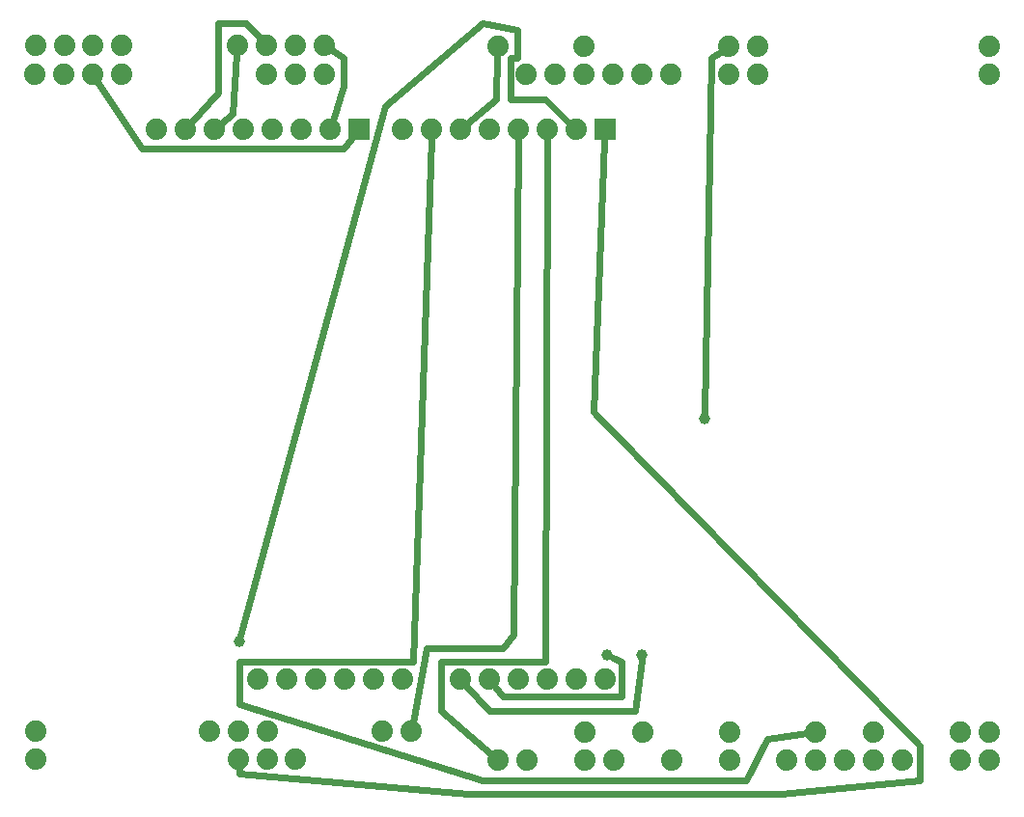
<source format=gbl>
G04 MADE WITH FRITZING*
G04 WWW.FRITZING.ORG*
G04 DOUBLE SIDED*
G04 HOLES PLATED*
G04 CONTOUR ON CENTER OF CONTOUR VECTOR*
%ASAXBY*%
%FSLAX23Y23*%
%MOIN*%
%OFA0B0*%
%SFA1.0B1.0*%
%ADD10C,0.074000*%
%ADD11C,0.039370*%
%ADD12R,0.074000X0.074000*%
%ADD13C,0.024000*%
%LNCOPPER0*%
G90*
G70*
G54D10*
X1884Y429D03*
X1984Y429D03*
X2084Y429D03*
X2184Y429D03*
X2284Y429D03*
X1434Y2329D03*
X1334Y2329D03*
X1234Y2329D03*
X1134Y2329D03*
X1034Y2329D03*
X934Y2329D03*
X834Y2329D03*
X734Y2329D03*
X2284Y2329D03*
X2184Y2329D03*
X2084Y2329D03*
X1984Y2329D03*
X1884Y2329D03*
X1784Y2329D03*
X1684Y2329D03*
X1584Y2329D03*
X1084Y429D03*
X1184Y429D03*
X1284Y429D03*
X1384Y429D03*
X1484Y429D03*
X1584Y429D03*
X1784Y429D03*
X317Y152D03*
X1016Y152D03*
X1116Y152D03*
X1215Y152D03*
X1914Y150D03*
X2014Y150D03*
X2214Y150D03*
X2314Y150D03*
X2513Y150D03*
X2713Y150D03*
X2912Y150D03*
X3012Y150D03*
X3112Y150D03*
X3212Y150D03*
X3312Y150D03*
X3511Y150D03*
X3611Y150D03*
X317Y249D03*
X916Y249D03*
X1016Y249D03*
X1116Y249D03*
X1515Y249D03*
X1615Y249D03*
X2214Y247D03*
X2413Y247D03*
X2713Y247D03*
X3012Y247D03*
X3212Y247D03*
X3511Y247D03*
X3611Y247D03*
X316Y2619D03*
X416Y2619D03*
X515Y2619D03*
X615Y2619D03*
X1015Y2619D03*
X1114Y2619D03*
X1214Y2619D03*
X1314Y2619D03*
X1913Y2617D03*
X2212Y2617D03*
X2712Y2617D03*
X2811Y2617D03*
X3610Y2617D03*
X315Y2519D03*
X415Y2519D03*
X515Y2519D03*
X615Y2519D03*
X1114Y2519D03*
X1213Y2519D03*
X1313Y2519D03*
X2012Y2518D03*
X2112Y2518D03*
X2212Y2518D03*
X2312Y2518D03*
X2411Y2518D03*
X2511Y2518D03*
X2711Y2518D03*
X2811Y2518D03*
X3609Y2518D03*
G54D11*
X2292Y512D03*
X2412Y512D03*
X2628Y1328D03*
X1020Y560D03*
G54D12*
X1434Y2329D03*
X2284Y2329D03*
G54D13*
X957Y2349D02*
X996Y2384D01*
X996Y2384D02*
X1012Y2588D01*
D02*
X1343Y2358D02*
X1380Y2480D01*
X1380Y2480D02*
X1380Y2576D01*
X1380Y2576D02*
X1340Y2602D01*
D02*
X1808Y2348D02*
X1908Y2432D01*
X1908Y2432D02*
X1912Y2586D01*
D02*
X854Y2352D02*
X948Y2456D01*
X948Y2456D02*
X948Y2696D01*
X948Y2696D02*
X1044Y2696D01*
X1044Y2696D02*
X1093Y2642D01*
D02*
X1891Y170D02*
X1716Y320D01*
X1716Y320D02*
X1716Y488D01*
X1716Y488D02*
X2076Y488D01*
X2076Y488D02*
X2084Y2297D01*
D02*
X1983Y2297D02*
X1968Y584D01*
X1968Y584D02*
X1932Y536D01*
X1932Y536D02*
X1668Y536D01*
X1668Y536D02*
X1620Y279D01*
D02*
X1408Y2297D02*
X1380Y2264D01*
X1380Y2264D02*
X684Y2264D01*
X684Y2264D02*
X532Y2493D01*
D02*
X1683Y2298D02*
X1620Y488D01*
X1620Y488D02*
X1020Y488D01*
X1020Y488D02*
X1020Y344D01*
X1020Y344D02*
X1860Y80D01*
X1860Y80D02*
X2772Y80D01*
X2772Y80D02*
X2844Y224D01*
X2844Y224D02*
X2982Y243D01*
D02*
X1903Y404D02*
X1932Y368D01*
X1932Y368D02*
X2340Y368D01*
X2340Y368D02*
X2340Y488D01*
X2340Y488D02*
X2309Y503D01*
D02*
X1805Y406D02*
X1884Y320D01*
X1884Y320D02*
X2388Y320D01*
X2388Y320D02*
X2410Y493D01*
D02*
X2628Y1347D02*
X2652Y2576D01*
X2652Y2576D02*
X2686Y2599D01*
D02*
X2161Y2350D02*
X2076Y2432D01*
X2076Y2432D02*
X1956Y2432D01*
X1956Y2432D02*
X1956Y2576D01*
X1956Y2576D02*
X1980Y2576D01*
X1980Y2576D02*
X1980Y2672D01*
X1980Y2672D02*
X1860Y2696D01*
X1860Y2696D02*
X1524Y2408D01*
X1524Y2408D02*
X1025Y578D01*
D02*
X2282Y2288D02*
X2244Y1352D01*
X2244Y1352D02*
X3372Y200D01*
X3372Y200D02*
X3372Y80D01*
X3372Y80D02*
X2892Y32D01*
X2892Y32D02*
X1812Y32D01*
X1812Y32D02*
X1020Y104D01*
X1020Y104D02*
X1019Y121D01*
G04 End of Copper0*
M02*
</source>
